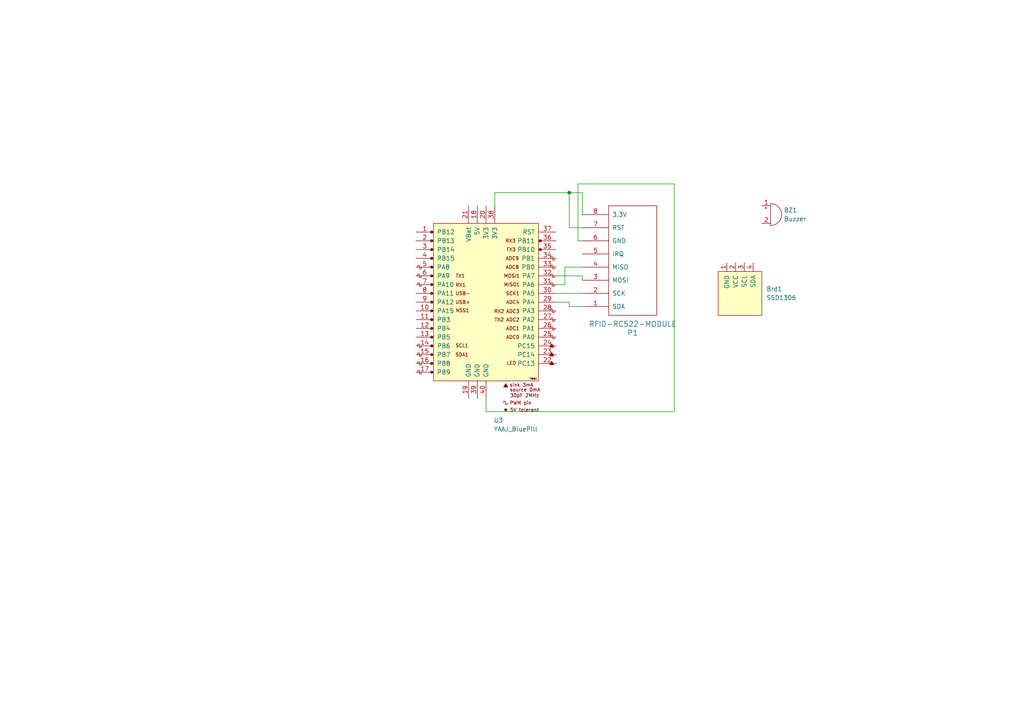
<source format=kicad_sch>
(kicad_sch (version 20230121) (generator eeschema)
  (paper "A4")
  (lib_symbols
    (symbol "Device:Buzzer" (pin_names (offset 0.0254) hide)
      (property "Reference" "BZ" (at 3.81 1.27 0))
      (property "Value" "Buzzer" (at 3.81 -1.27 0))
      (symbol "Buzzer_0_1"
        (arc (start 0 -3.175) (mid 3.1612 0) (end 0 3.175))
        (polyline (pts (xy -1.651 1.905) (xy -1.143 1.905)))
        (polyline (pts (xy -1.397 2.159) (xy -1.397 1.651)))
        (polyline (pts (xy 0 3.175) (xy 0 -3.175)))
      )
      (symbol "Buzzer_1_1"
        (pin passive line (at -2.54 2.54 0) (length 2.54) (name "+") (number "1"))
        (pin passive line (at -2.54 -2.54 0) (length 2.54) (name "-") (number "2"))
      )
    )
    (symbol "SSD1306-128x64_OLED:SSD1306" (pin_names (offset 1.016))
      (property "Reference" "Brd" (at 0 -3.81 0))
      (property "Value" "SSD1306" (at 0 -1.27 0))
      (symbol "SSD1306_0_1"
        (rectangle (start -6.35 6.35) (end 6.35 -6.35) (fill (type background)))
      )
      (symbol "SSD1306_1_1"
        (pin input line (at -3.81 8.89 270) (length 2.54) (name "GND") (number "1"))
        (pin input line (at -1.27 8.89 270) (length 2.54) (name "VCC") (number "2"))
        (pin input line (at 1.27 8.89 270) (length 2.54) (name "SCL") (number "3"))
        (pin input line (at 3.81 8.89 270) (length 2.54) (name "SDA") (number "4"))
      )
    )
    (symbol "YAAJ_BluePill:YAAJ_BluePill" (pin_names (offset 1.016))
      (property "Reference" "U" (at -13.97 24.13 0))
      (property "Value" "YAAJ_BluePill" (at 0 6.35 90))
      (symbol "YAAJ_BluePill_0_0"
        (circle (center -15.748 -20.32) (radius 0.3556) (fill (type outline)))
        (circle (center -15.748 -17.78) (radius 0.3556) (fill (type outline)))
        (circle (center -15.748 -15.24) (radius 0.3556) (fill (type outline)))
        (circle (center -15.748 -12.7) (radius 0.3556) (fill (type outline)))
        (circle (center -15.748 -10.16) (radius 0.3556) (fill (type outline)))
        (circle (center -15.748 -7.62) (radius 0.3556) (fill (type outline)))
        (circle (center -15.748 -5.08) (radius 0.3556) (fill (type outline)))
        (circle (center -15.748 -2.54) (radius 0.3556) (fill (type outline)))
        (circle (center -15.748 0) (radius 0.3556) (fill (type outline)))
        (circle (center -15.748 2.54) (radius 0.3556) (fill (type outline)))
        (circle (center -15.748 5.08) (radius 0.3556) (fill (type outline)))
        (circle (center -15.748 7.62) (radius 0.3556) (fill (type outline)))
        (circle (center -15.748 10.16) (radius 0.3556) (fill (type outline)))
        (circle (center -15.748 12.7) (radius 0.3556) (fill (type outline)))
        (circle (center -15.748 15.24) (radius 0.3556) (fill (type outline)))
        (circle (center -15.748 20.32) (radius 0.3556) (fill (type outline)))
        (polyline (pts (xy 5.08 -24.638) (xy 5.715 -23.622) (xy 6.35 -24.638) (xy 5.08 -24.638) (xy 5.715 -23.749) (xy 6.223 -24.638) (xy 5.207 -24.511) (xy 5.715 -23.876) (xy 6.096 -24.638) (xy 5.334 -24.384) (xy 5.842 -24.003) (xy 5.969 -24.638) (xy 5.461 -24.257) (xy 5.969 -24.13) (xy 5.842 -24.511) (xy 5.588 -24.257) (xy 5.842 -24.384) (xy 5.715 -24.13)))
        (polyline (pts (xy 18.415 -18.161) (xy 19.05 -17.145) (xy 19.685 -18.161) (xy 18.415 -18.161) (xy 19.05 -17.272) (xy 19.558 -18.161) (xy 18.542 -18.034) (xy 19.05 -17.399) (xy 19.431 -18.161) (xy 18.669 -17.907) (xy 19.177 -17.526) (xy 19.304 -18.161) (xy 18.796 -17.78) (xy 19.304 -17.653) (xy 19.177 -18.034) (xy 18.923 -17.78) (xy 19.177 -17.907) (xy 19.05 -17.653)))
        (polyline (pts (xy 18.415 -15.621) (xy 19.05 -14.605) (xy 19.685 -15.621) (xy 18.415 -15.621) (xy 19.05 -14.732) (xy 19.558 -15.621) (xy 18.542 -15.494) (xy 19.05 -14.859) (xy 19.431 -15.621) (xy 18.669 -15.367) (xy 19.177 -14.986) (xy 19.304 -15.621) (xy 18.796 -15.24) (xy 19.304 -15.113) (xy 19.177 -15.494) (xy 18.923 -15.24) (xy 19.177 -15.367) (xy 19.05 -15.113)))
        (polyline (pts (xy 18.415 -13.081) (xy 19.05 -12.065) (xy 19.685 -13.081) (xy 18.415 -13.081) (xy 19.05 -12.192) (xy 19.558 -13.081) (xy 18.542 -12.954) (xy 19.05 -12.319) (xy 19.431 -13.081) (xy 18.669 -12.827) (xy 19.177 -12.446) (xy 19.304 -13.081) (xy 18.796 -12.7) (xy 19.304 -12.573) (xy 19.177 -12.954) (xy 18.923 -12.7) (xy 19.177 -12.827) (xy 19.05 -12.573)))
        (circle (center 5.715 -31.242) (radius 0.127) (fill (type outline)))
        (circle (center 5.715 -31.242) (radius 0.254))
        (circle (center 5.715 -31.242) (radius 0.3556))
        (circle (center 15.748 15.24) (radius 0.254) (fill (type outline)))
        (circle (center 15.748 15.24) (radius 0.3556))
        (circle (center 15.748 17.78) (radius 0.254) (fill (type outline)))
        (circle (center 15.748 17.78) (radius 0.3556))
        (text "30pF 2MHz" (at 11.176 -27.051 0) (effects (font (size 0.9906 0.9906))))
        (text "5V tolerant" (at 11.176 -31.242 0) (effects (font (size 0.9906 0.9906))))
        (text "ADC0" (at 7.747 -10.16 0) (effects (font (size 0.9906 0.9906))))
        (text "ADC1" (at 7.747 -7.62 0) (effects (font (size 0.9906 0.9906))))
        (text "ADC2" (at 7.747 -5.08 0) (effects (font (size 0.9906 0.9906))))
        (text "ADC3" (at 7.747 -2.667 0) (effects (font (size 0.9906 0.9906))))
        (text "ADC4" (at 7.747 0 0) (effects (font (size 0.9906 0.9906))))
        (text "ADC8" (at 7.62 10.16 0) (effects (font (size 0.9906 0.9906))))
        (text "ADC9" (at 7.62 12.7 0) (effects (font (size 0.9906 0.9906))))
        (text "LED" (at 7.366 -17.653 0) (effects (font (size 0.9906 0.9906))))
        (text "MISO1" (at 7.493 5.08 0) (effects (font (size 0.9906 0.9906))))
        (text "MOSI1" (at 7.493 7.62 0) (effects (font (size 0.9906 0.9906))))
        (text "NSS1" (at -6.858 -2.413 0) (effects (font (size 0.9906 0.9906))))
        (text "PWM pin" (at 10.033 -29.21 0) (effects (font (size 0.9906 0.9906))))
        (text "RX1" (at -7.366 4.953 0) (effects (font (size 0.9906 0.9906))))
        (text "RX2" (at 3.81 -2.667 0) (effects (font (size 0.9906 0.9906))))
        (text "RX3" (at 7.112 17.78 0) (effects (font (size 0.9906 0.9906))))
        (text "SCK1" (at 7.747 2.54 0) (effects (font (size 0.9906 0.9906))))
        (text "SCL1" (at -6.985 -12.573 0) (effects (font (size 0.9906 0.9906))))
        (text "SDA1" (at -6.985 -15.24 0) (effects (font (size 0.9906 0.9906))))
        (text "sink 3mA" (at 10.287 -24.003 0) (effects (font (size 0.9906 0.9906))))
        (text "source 0mA" (at 11.303 -25.4 0) (effects (font (size 0.9906 0.9906))))
        (text "TX1" (at -7.493 7.62 0) (effects (font (size 0.9906 0.9906))))
        (text "TX2" (at 3.81 -5.08 0) (effects (font (size 0.9906 0.9906))))
        (text "TX3" (at 7.239 15.24 0) (effects (font (size 0.9906 0.9906))))
        (text "USB+" (at -6.731 0 0) (effects (font (size 0.9906 0.9906))))
        (text "USB-" (at -6.731 2.54 0) (effects (font (size 0.9906 0.9906))))
        (text "Y@@J" (at 13.6906 -22.1488 0) (effects (font (size 0.508 0.508))))
      )
      (symbol "YAAJ_BluePill_0_1"
        (rectangle (start -15.24 22.86) (end 15.24 -22.86) (fill (type background)))
        (polyline (pts (xy -18.796 -20.32) (xy -18.796 -20.828) (xy -19.304 -20.828) (xy -19.304 -19.812) (xy -19.812 -19.812) (xy -19.812 -20.32)))
        (polyline (pts (xy -18.796 -17.78) (xy -18.796 -18.288) (xy -19.304 -18.288) (xy -19.304 -17.272) (xy -19.812 -17.272) (xy -19.812 -17.78)))
        (polyline (pts (xy -18.796 -15.24) (xy -18.796 -15.748) (xy -19.304 -15.748) (xy -19.304 -14.732) (xy -19.812 -14.732) (xy -19.812 -15.24)))
        (polyline (pts (xy -18.796 -12.7) (xy -18.796 -13.208) (xy -19.304 -13.208) (xy -19.304 -12.192) (xy -19.812 -12.192) (xy -19.812 -12.7)))
        (polyline (pts (xy -18.796 5.08) (xy -18.796 4.572) (xy -19.304 4.572) (xy -19.304 5.588) (xy -19.812 5.588) (xy -19.812 5.08)))
        (polyline (pts (xy -18.796 7.62) (xy -18.796 7.112) (xy -19.304 7.112) (xy -19.304 8.128) (xy -19.812 8.128) (xy -19.812 7.62)))
        (polyline (pts (xy -18.796 10.16) (xy -18.796 9.652) (xy -19.304 9.652) (xy -19.304 10.668) (xy -19.812 10.668) (xy -19.812 10.16)))
        (polyline (pts (xy 6.096 -29.21) (xy 6.096 -29.718) (xy 5.588 -29.718) (xy 5.588 -28.702) (xy 5.08 -28.702) (xy 5.08 -29.21)))
        (polyline (pts (xy 19.812 -10.16) (xy 19.812 -10.668) (xy 19.304 -10.668) (xy 19.304 -9.652) (xy 18.796 -9.652) (xy 18.796 -10.16)))
        (polyline (pts (xy 19.812 -7.62) (xy 19.812 -8.128) (xy 19.304 -8.128) (xy 19.304 -7.112) (xy 18.796 -7.112) (xy 18.796 -7.62)))
        (polyline (pts (xy 19.812 -5.08) (xy 19.812 -5.588) (xy 19.304 -5.588) (xy 19.304 -4.572) (xy 18.796 -4.572) (xy 18.796 -5.08)))
        (polyline (pts (xy 19.812 -2.54) (xy 19.812 -3.048) (xy 19.304 -3.048) (xy 19.304 -2.032) (xy 18.796 -2.032) (xy 18.796 -2.54)))
        (polyline (pts (xy 19.812 5.08) (xy 19.812 4.572) (xy 19.304 4.572) (xy 19.304 5.588) (xy 18.796 5.588) (xy 18.796 5.08)))
        (polyline (pts (xy 19.812 7.62) (xy 19.812 7.112) (xy 19.304 7.112) (xy 19.304 8.128) (xy 18.796 8.128) (xy 18.796 7.62)))
        (polyline (pts (xy 19.812 10.16) (xy 19.812 9.652) (xy 19.304 9.652) (xy 19.304 10.668) (xy 18.796 10.668) (xy 18.796 10.16)))
        (polyline (pts (xy 19.812 12.7) (xy 19.812 12.192) (xy 19.304 12.192) (xy 19.304 13.208) (xy 18.796 13.208) (xy 18.796 12.7)))
      )
      (symbol "YAAJ_BluePill_1_1"
        (circle (center -15.748 17.78) (radius 0.3556) (fill (type outline)))
        (pin bidirectional line (at -20.32 20.32 0) (length 5.08) (name "PB12") (number "1"))
        (pin bidirectional line (at -20.32 -2.54 0) (length 5.08) (name "PA15") (number "10"))
        (pin bidirectional line (at -20.32 -5.08 0) (length 5.08) (name "PB3") (number "11"))
        (pin bidirectional line (at -20.32 -7.62 0) (length 5.08) (name "PB4") (number "12"))
        (pin bidirectional line (at -20.32 -10.16 0) (length 5.08) (name "PB5") (number "13"))
        (pin bidirectional line (at -20.32 -12.7 0) (length 5.08) (name "PB6") (number "14"))
        (pin bidirectional line (at -20.32 -15.24 0) (length 5.08) (name "PB7") (number "15"))
        (pin bidirectional line (at -20.32 -17.78 0) (length 5.08) (name "PB8") (number "16"))
        (pin bidirectional line (at -20.32 -20.32 0) (length 5.08) (name "PB9") (number "17"))
        (pin power_in line (at -2.54 27.94 270) (length 5.08) (name "5V") (number "18"))
        (pin power_in line (at -5.08 -27.94 90) (length 5.08) (name "GND") (number "19"))
        (pin bidirectional line (at -20.32 17.78 0) (length 5.08) (name "PB13") (number "2"))
        (pin power_in line (at 0 27.94 270) (length 5.08) (name "3V3") (number "20"))
        (pin power_in line (at -5.08 27.94 270) (length 5.08) (name "VBat") (number "21"))
        (pin bidirectional line (at 20.32 -17.78 180) (length 5.08) (name "PC13") (number "22"))
        (pin bidirectional line (at 20.32 -15.24 180) (length 5.08) (name "PC14") (number "23"))
        (pin bidirectional line (at 20.32 -12.7 180) (length 5.08) (name "PC15") (number "24"))
        (pin bidirectional line (at 20.32 -10.16 180) (length 5.08) (name "PA0") (number "25"))
        (pin bidirectional line (at 20.32 -7.62 180) (length 5.08) (name "PA1") (number "26"))
        (pin bidirectional line (at 20.32 -5.08 180) (length 5.08) (name "PA2") (number "27"))
        (pin bidirectional line (at 20.32 -2.54 180) (length 5.08) (name "PA3") (number "28"))
        (pin bidirectional line (at 20.32 0 180) (length 5.08) (name "PA4") (number "29"))
        (pin bidirectional line (at -20.32 15.24 0) (length 5.08) (name "PB14") (number "3"))
        (pin bidirectional line (at 20.32 2.54 180) (length 5.08) (name "PA5") (number "30"))
        (pin bidirectional line (at 20.32 5.08 180) (length 5.08) (name "PA6") (number "31"))
        (pin bidirectional line (at 20.32 7.62 180) (length 5.08) (name "PA7") (number "32"))
        (pin bidirectional line (at 20.32 10.16 180) (length 5.08) (name "PB0") (number "33"))
        (pin bidirectional line (at 20.32 12.7 180) (length 5.08) (name "PB1") (number "34"))
        (pin bidirectional line (at 20.32 15.24 180) (length 5.08) (name "PB10") (number "35"))
        (pin bidirectional line (at 20.32 17.78 180) (length 5.08) (name "PB11") (number "36"))
        (pin input line (at 20.32 20.32 180) (length 5.08) (name "RST") (number "37"))
        (pin power_in line (at 2.54 27.94 270) (length 5.08) (name "3V3") (number "38"))
        (pin power_in line (at -2.54 -27.94 90) (length 5.08) (name "GND") (number "39"))
        (pin bidirectional line (at -20.32 12.7 0) (length 5.08) (name "PB15") (number "4"))
        (pin power_in line (at 0 -27.94 90) (length 5.08) (name "GND") (number "40"))
        (pin bidirectional line (at -20.32 10.16 0) (length 5.08) (name "PA8") (number "5"))
        (pin bidirectional line (at -20.32 7.62 0) (length 5.08) (name "PA9") (number "6"))
        (pin bidirectional line (at -20.32 5.08 0) (length 5.08) (name "PA10") (number "7"))
        (pin bidirectional line (at -20.32 2.54 0) (length 5.08) (name "PA11") (number "8"))
        (pin bidirectional line (at -20.32 0 0) (length 5.08) (name "PA12") (number "9"))
      )
    )
    (symbol "rfid-rc522-module:RFID-RC522-MODULE" (pin_names (offset 1.016))
      (property "Reference" "P" (at 0 1.27 0))
      (property "Value" "RFID-RC522-MODULE" (at -1.27 3.81 0))
      (symbol "RFID-RC522-MODULE_0_1"
        (rectangle (start -16.51 7.62) (end 15.24 -6.35))
      )
      (symbol "RFID-RC522-MODULE_1_1"
        (pin input line (at -13.97 -13.97 90) (length 7.62) (name "SDA") (number "1"))
        (pin input line (at -10.16 -13.97 90) (length 7.62) (name "SCK") (number "2"))
        (pin input line (at -6.35 -13.97 90) (length 7.62) (name "MOSI") (number "3"))
        (pin input line (at -2.54 -13.97 90) (length 7.62) (name "MISO") (number "4"))
        (pin input line (at 1.27 -13.97 90) (length 7.62) (name "IRQ") (number "5"))
        (pin input line (at 5.08 -13.97 90) (length 7.62) (name "GND") (number "6"))
        (pin input line (at 8.89 -13.97 90) (length 7.62) (name "RST") (number "7"))
        (pin input line (at 12.7 -13.97 90) (length 7.62) (name "3.3V") (number "8"))
      )
    )
  )
  (junction (at 165.1 55.88))
  (wire (pts (xy 165.1 55.88) (xy 143.51 55.88)))
  (wire (pts (xy 165.1 88.9) (xy 165.1 87.63)))
  (wire (pts (xy 168.91 69.85) (xy 167.64 69.85)))
  (wire (pts (xy 165.1 87.63) (xy 161.29 87.63)))
  (wire (pts (xy 167.64 69.85) (xy 167.64 53.34)))
  (wire (pts (xy 167.64 53.34) (xy 195.58 53.34)))
  (wire (pts (xy 163.83 82.55) (xy 161.29 82.55)))
  (wire (pts (xy 168.91 80.01) (xy 161.29 80.01)))
  (wire (pts (xy 163.83 77.47) (xy 163.83 82.55)))
  (wire (pts (xy 168.91 55.88) (xy 165.1 55.88)))
  (wire (pts (xy 168.91 66.04) (xy 165.1 66.04)))
  (wire (pts (xy 161.29 85.09) (xy 168.91 85.09)))
  (wire (pts (xy 143.51 55.88) (xy 143.51 59.69)))
  (wire (pts (xy 140.97 119.38) (xy 140.97 115.57)))
  (wire (pts (xy 168.91 77.47) (xy 163.83 77.47)))
  (wire (pts (xy 168.91 88.9) (xy 165.1 88.9)))
  (wire (pts (xy 165.1 66.04) (xy 165.1 55.88)))
  (wire (pts (xy 195.58 119.38) (xy 140.97 119.38)))
  (wire (pts (xy 168.91 81.28) (xy 168.91 80.01)))
  (wire (pts (xy 195.58 53.34) (xy 195.58 119.38)))
  (wire (pts (xy 168.91 62.23) (xy 168.91 55.88)))
  (symbol (lib_id "Device:Buzzer") (at 223.52 62.23 0) (unit 1)
    (property "Reference" "BZ1" (at 227.33 60.96 0) (effects (justify left)))
    (property "Value" "Buzzer" (at 227.33 63.5 0) (effects (justify left)))
  )
  (symbol (lib_id "YAAJ_BluePill:YAAJ_BluePill") (at 140.97 87.63 0) (unit 1)
    (property "Reference" "U3" (at 143.1641 121.92 0) (effects (justify left)))
    (property "Value" "YAAJ_BluePill" (at 143.1641 124.46 0) (effects (justify left)))
  )
  (symbol (lib_id "SSD1306-128x64_OLED:SSD1306") (at 214.63 85.09 0) (unit 1)
    (property "Reference" "Brd1" (at 222.25 83.82 0) (effects (justify left)))
    (property "Value" "SSD1306" (at 222.25 86.36 0) (effects (justify left)))
  )
  (symbol (lib_id "rfid-rc522-module:RFID-RC522-MODULE") (at 182.88 74.93 270) (mirror x) (unit 1)
    (property "Reference" "P1" (at 183.515 96.52 90) (effects (font (size 1.524 1.524))))
    (property "Value" "RFID-RC522-MODULE" (at 183.515 93.98 90) (effects (font (size 1.524 1.524))))
  )
)
</source>
